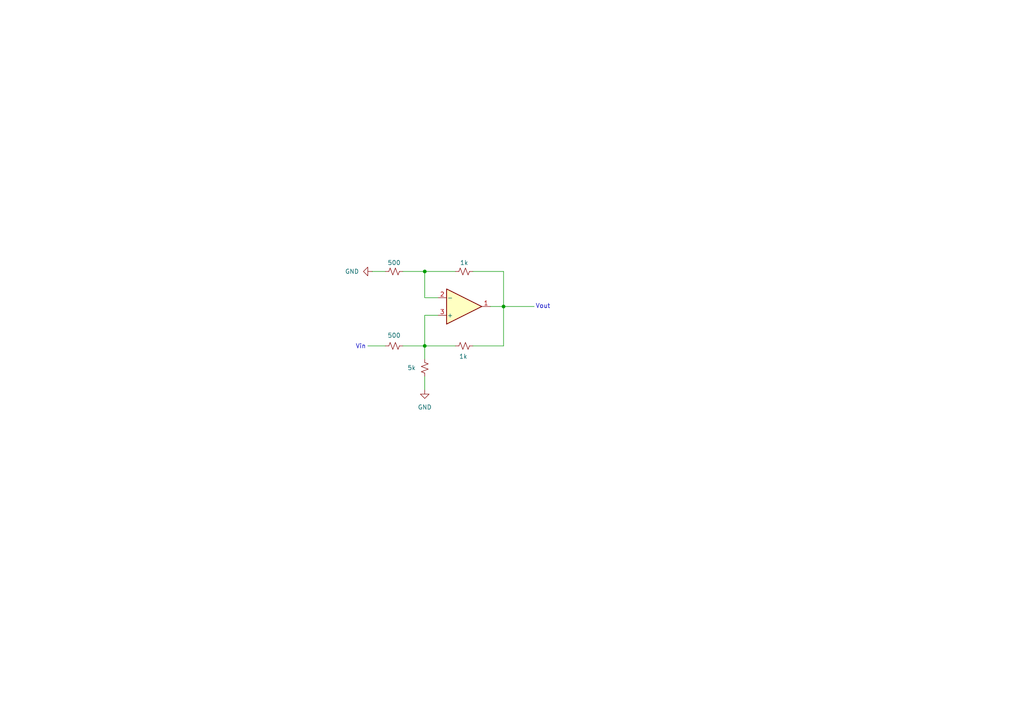
<source format=kicad_sch>
(kicad_sch (version 20231120) (generator "eeschema") (generator_version "8.0")
  (paper "A4")
  (lib_symbols
    (symbol "Amplifier_Operational:OP275" (pin_names (offset 0.127))
      (property "Reference" "U" (at 0 5.08 0))
      (property "Value" "OP275" (at 0 -5.08 0))
      (symbol "OP275_1_1"
        (polyline (pts (xy -5.08 5.08) (xy 5.08 0) (xy -5.08 -5.08) (xy -5.08 5.08)) (stroke (width 0.254)) (fill (type background)))
        (pin output line (at 7.62 0 180) (length 2.54) (name "~") (number "1"))
        (pin input line (at -7.62 -2.54 0) (length 2.54) (name "-") (number "2"))
        (pin input line (at -7.62 2.54 0) (length 2.54) (name "+") (number "3"))
      )
      (symbol "OP275_2_1"
        (polyline (pts (xy -5.08 5.08) (xy 5.08 0) (xy -5.08 -5.08) (xy -5.08 5.08)) (stroke (width 0.254)) (fill (type background)))
        (pin input line (at -7.62 2.54 0) (length 2.54) (name "+") (number "5"))
        (pin input line (at -7.62 -2.54 0) (length 2.54) (name "-") (number "6"))
        (pin output line (at 7.62 0 180) (length 2.54) (name "~") (number "7"))
      )
      (symbol "OP275_3_1"
        (pin power_in line (at -2.54 -7.62 90) (length 3.81) (name "V-") (number "4"))
        (pin power_in line (at -2.54 7.62 270) (length 3.81) (name "V+") (number "8"))
      )
    )
    (symbol "Device:R_Small_US" (pin_numbers hide) (pin_names (offset 0.254) hide)
      (property "Reference" "R" (at 0.762 0.508 0))
      (property "Value" "R_Small_US" (at 0.762 -1.016 0))
      (symbol "R_Small_US_1_1"
        (polyline (pts (xy 0 0) (xy 1.016 -0.381) (xy 0 -0.762) (xy -1.016 -1.143) (xy 0 -1.524)))
        (polyline (pts (xy 0 1.524) (xy 1.016 1.143) (xy 0 0.762) (xy -1.016 0.381) (xy 0 0)))
        (pin passive line (at 0 2.54 270) (length 1.016) (name "~") (number "1"))
        (pin passive line (at 0 -2.54 90) (length 1.016) (name "~") (number "2"))
      )
    )
    (symbol "power:GND" (power) (pin_numbers hide) (pin_names (offset 0) hide)
      (property "Value" "GND" (at 0 -3.81 0))
      (symbol "GND_0_1"
        (polyline (pts (xy 0 0) (xy 0 -1.27) (xy 1.27 -1.27) (xy 0 -2.54) (xy -1.27 -1.27) (xy 0 -1.27)))
      )
      (symbol "GND_1_1"
        (pin power_in line (at 0 0 270) (length 0) (name "~") (number "1"))
      )
    )
  )
  (junction (at 123.19 100.33))
  (junction (at 123.19 78.74))
  (junction (at 146.05 88.9))
  (wire (pts (xy 123.19 91.44) (xy 123.19 100.33)))
  (wire (pts (xy 146.05 88.9) (xy 154.94 88.9)))
  (wire (pts (xy 146.05 88.9) (xy 142.24 88.9)))
  (wire (pts (xy 116.84 78.74) (xy 123.19 78.74)))
  (wire (pts (xy 123.19 78.74) (xy 123.19 86.36)))
  (wire (pts (xy 116.84 100.33) (xy 123.19 100.33)))
  (wire (pts (xy 132.08 78.74) (xy 123.19 78.74)))
  (wire (pts (xy 123.19 86.36) (xy 127 86.36)))
  (wire (pts (xy 123.19 91.44) (xy 127 91.44)))
  (wire (pts (xy 107.95 78.74) (xy 111.76 78.74)))
  (wire (pts (xy 123.19 109.22) (xy 123.19 113.03)))
  (wire (pts (xy 137.16 100.33) (xy 146.05 100.33)))
  (wire (pts (xy 123.19 100.33) (xy 132.08 100.33)))
  (wire (pts (xy 146.05 78.74) (xy 146.05 88.9)))
  (wire (pts (xy 123.19 100.33) (xy 123.19 104.14)))
  (wire (pts (xy 106.68 100.33) (xy 111.76 100.33)))
  (wire (pts (xy 146.05 88.9) (xy 146.05 100.33)))
  (wire (pts (xy 137.16 78.74) (xy 146.05 78.74)))
  (text "Vin" (at 104.648 100.584 0) (effects (font (size 1.27 1.27))))
  (text "Vout" (at 157.48 88.9 0) (effects (font (size 1.27 1.27))))
  (symbol (lib_id "Device:R_Small_US") (at 123.19 106.68 180) (unit 1)
    (property "Reference" "R3" (effects (hide yes)))
    (property "Value" "5k" (at 119.38 106.68 0))
    (property "Description" "Resistor, small US symbol" (effects (hide yes)))
  )
  (symbol (lib_id "Device:R_Small_US") (at 134.62 78.74 270) (unit 1)
    (property "Reference" "1k" (at 134.62 76.2 90))
    (property "Value" "R_Small_US" (effects (hide yes)))
    (property "Description" "Resistor, small US symbol" (effects (hide yes)))
  )
  (symbol (lib_id "Amplifier_Operational:OP275") (at 134.62 88.9 0) (mirror x) (unit 1)
    (property "Reference" "U1" (effects (hide yes)))
    (property "Value" "OP275" (effects (hide yes)))
    (property "Datasheet" "https://www.analog.com/media/en/technical-documentation/data-sheets/OP275.pdf" (effects (hide yes)))
    (property "Description" "Dual Bipolar/JFET, Audio Operational Amplifier, DIP-8/SOIC-8" (effects (hide yes)))
  )
  (symbol (lib_id "power:GND") (at 123.19 113.03 0) (unit 1)
    (property "Reference" "#PWR01" (effects (hide yes)))
    (property "Value" "GND" (at 123.19 118.11 0))
    (property "Description" "Power symbol creates a global label with name \"GND\" , ground" (effects (hide yes)))
  )
  (symbol (lib_id "power:GND") (at 107.95 78.74 270) (unit 1)
    (property "Reference" "#PWR02" (effects (hide yes)))
    (property "Value" "GND" (at 104.14 78.7399 90) (effects (justify right)))
    (property "Description" "Power symbol creates a global label with name \"GND\" , ground" (effects (hide yes)))
  )
  (symbol (lib_id "Device:R_Small_US") (at 114.3 100.33 90) (unit 1)
    (property "Reference" "R3" (effects (hide yes)))
    (property "Value" "500" (at 114.3 97.282 90))
    (property "Description" "Resistor, small US symbol" (effects (hide yes)))
  )
  (symbol (lib_id "Device:R_Small_US") (at 114.3 78.74 90) (unit 1)
    (property "Reference" "R" (effects (hide yes)))
    (property "Value" "500" (at 114.3 76.2 90))
    (property "Description" "Resistor, small US symbol" (effects (hide yes)))
  )
  (symbol (lib_id "Device:R_Small_US") (at 134.62 100.33 90) (unit 1)
    (property "Reference" "R5" (effects (hide yes)))
    (property "Value" "1k" (at 134.366 103.378 90))
    (property "Description" "Resistor, small US symbol" (effects (hide yes)))
  )
)
</source>
